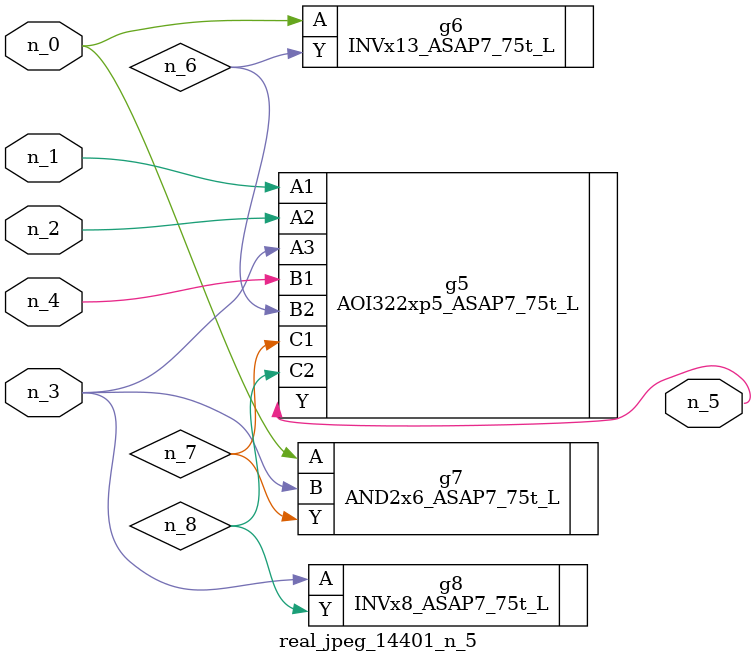
<source format=v>
module real_jpeg_14401_n_5 (n_4, n_0, n_1, n_2, n_3, n_5);

input n_4;
input n_0;
input n_1;
input n_2;
input n_3;

output n_5;

wire n_8;
wire n_6;
wire n_7;

INVx13_ASAP7_75t_L g6 ( 
.A(n_0),
.Y(n_6)
);

AND2x6_ASAP7_75t_L g7 ( 
.A(n_0),
.B(n_3),
.Y(n_7)
);

AOI322xp5_ASAP7_75t_L g5 ( 
.A1(n_1),
.A2(n_2),
.A3(n_3),
.B1(n_4),
.B2(n_6),
.C1(n_7),
.C2(n_8),
.Y(n_5)
);

INVx8_ASAP7_75t_L g8 ( 
.A(n_3),
.Y(n_8)
);


endmodule
</source>
